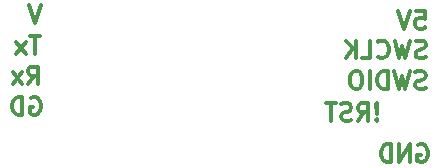
<source format=gbr>
G04 #@! TF.GenerationSoftware,KiCad,Pcbnew,(5.1.9)-1*
G04 #@! TF.CreationDate,2021-06-08T15:39:03+02:00*
G04 #@! TF.ProjectId,TempSpike,54656d70-5370-4696-9b65-2e6b69636164,rev?*
G04 #@! TF.SameCoordinates,Original*
G04 #@! TF.FileFunction,Legend,Bot*
G04 #@! TF.FilePolarity,Positive*
%FSLAX46Y46*%
G04 Gerber Fmt 4.6, Leading zero omitted, Abs format (unit mm)*
G04 Created by KiCad (PCBNEW (5.1.9)-1) date 2021-06-08 15:39:03*
%MOMM*%
%LPD*%
G01*
G04 APERTURE LIST*
%ADD10C,0.300000*%
G04 APERTURE END LIST*
D10*
X173242857Y-53250000D02*
X173385714Y-53178571D01*
X173600000Y-53178571D01*
X173814285Y-53250000D01*
X173957142Y-53392857D01*
X174028571Y-53535714D01*
X174100000Y-53821428D01*
X174100000Y-54035714D01*
X174028571Y-54321428D01*
X173957142Y-54464285D01*
X173814285Y-54607142D01*
X173600000Y-54678571D01*
X173457142Y-54678571D01*
X173242857Y-54607142D01*
X173171428Y-54535714D01*
X173171428Y-54035714D01*
X173457142Y-54035714D01*
X172528571Y-54678571D02*
X172528571Y-53178571D01*
X171671428Y-54678571D01*
X171671428Y-53178571D01*
X170957142Y-54678571D02*
X170957142Y-53178571D01*
X170600000Y-53178571D01*
X170385714Y-53250000D01*
X170242857Y-53392857D01*
X170171428Y-53535714D01*
X170100000Y-53821428D01*
X170100000Y-54035714D01*
X170171428Y-54321428D01*
X170242857Y-54464285D01*
X170385714Y-54607142D01*
X170600000Y-54678571D01*
X170957142Y-54678571D01*
X173878571Y-48407142D02*
X173664285Y-48478571D01*
X173307142Y-48478571D01*
X173164285Y-48407142D01*
X173092857Y-48335714D01*
X173021428Y-48192857D01*
X173021428Y-48050000D01*
X173092857Y-47907142D01*
X173164285Y-47835714D01*
X173307142Y-47764285D01*
X173592857Y-47692857D01*
X173735714Y-47621428D01*
X173807142Y-47550000D01*
X173878571Y-47407142D01*
X173878571Y-47264285D01*
X173807142Y-47121428D01*
X173735714Y-47050000D01*
X173592857Y-46978571D01*
X173235714Y-46978571D01*
X173021428Y-47050000D01*
X172521428Y-46978571D02*
X172164285Y-48478571D01*
X171878571Y-47407142D01*
X171592857Y-48478571D01*
X171235714Y-46978571D01*
X170664285Y-48478571D02*
X170664285Y-46978571D01*
X170307142Y-46978571D01*
X170092857Y-47050000D01*
X169950000Y-47192857D01*
X169878571Y-47335714D01*
X169807142Y-47621428D01*
X169807142Y-47835714D01*
X169878571Y-48121428D01*
X169950000Y-48264285D01*
X170092857Y-48407142D01*
X170307142Y-48478571D01*
X170664285Y-48478571D01*
X169164285Y-48478571D02*
X169164285Y-46978571D01*
X168164285Y-46978571D02*
X167878571Y-46978571D01*
X167735714Y-47050000D01*
X167592857Y-47192857D01*
X167521428Y-47478571D01*
X167521428Y-47978571D01*
X167592857Y-48264285D01*
X167735714Y-48407142D01*
X167878571Y-48478571D01*
X168164285Y-48478571D01*
X168307142Y-48407142D01*
X168450000Y-48264285D01*
X168521428Y-47978571D01*
X168521428Y-47478571D01*
X168450000Y-47192857D01*
X168307142Y-47050000D01*
X168164285Y-46978571D01*
X141235714Y-43978571D02*
X140378571Y-43978571D01*
X140807142Y-45478571D02*
X140807142Y-43978571D01*
X140021428Y-45478571D02*
X139235714Y-44478571D01*
X140021428Y-44478571D02*
X139235714Y-45478571D01*
X140457142Y-49250000D02*
X140600000Y-49178571D01*
X140814285Y-49178571D01*
X141028571Y-49250000D01*
X141171428Y-49392857D01*
X141242857Y-49535714D01*
X141314285Y-49821428D01*
X141314285Y-50035714D01*
X141242857Y-50321428D01*
X141171428Y-50464285D01*
X141028571Y-50607142D01*
X140814285Y-50678571D01*
X140671428Y-50678571D01*
X140457142Y-50607142D01*
X140385714Y-50535714D01*
X140385714Y-50035714D01*
X140671428Y-50035714D01*
X139742857Y-50678571D02*
X139742857Y-49178571D01*
X139385714Y-49178571D01*
X139171428Y-49250000D01*
X139028571Y-49392857D01*
X138957142Y-49535714D01*
X138885714Y-49821428D01*
X138885714Y-50035714D01*
X138957142Y-50321428D01*
X139028571Y-50464285D01*
X139171428Y-50607142D01*
X139385714Y-50678571D01*
X139742857Y-50678571D01*
X169735714Y-51035714D02*
X169664285Y-51107142D01*
X169735714Y-51178571D01*
X169807142Y-51107142D01*
X169735714Y-51035714D01*
X169735714Y-51178571D01*
X169735714Y-50607142D02*
X169807142Y-49750000D01*
X169735714Y-49678571D01*
X169664285Y-49750000D01*
X169735714Y-50607142D01*
X169735714Y-49678571D01*
X168164285Y-51178571D02*
X168664285Y-50464285D01*
X169021428Y-51178571D02*
X169021428Y-49678571D01*
X168450000Y-49678571D01*
X168307142Y-49750000D01*
X168235714Y-49821428D01*
X168164285Y-49964285D01*
X168164285Y-50178571D01*
X168235714Y-50321428D01*
X168307142Y-50392857D01*
X168450000Y-50464285D01*
X169021428Y-50464285D01*
X167592857Y-51107142D02*
X167378571Y-51178571D01*
X167021428Y-51178571D01*
X166878571Y-51107142D01*
X166807142Y-51035714D01*
X166735714Y-50892857D01*
X166735714Y-50750000D01*
X166807142Y-50607142D01*
X166878571Y-50535714D01*
X167021428Y-50464285D01*
X167307142Y-50392857D01*
X167450000Y-50321428D01*
X167521428Y-50250000D01*
X167592857Y-50107142D01*
X167592857Y-49964285D01*
X167521428Y-49821428D01*
X167450000Y-49750000D01*
X167307142Y-49678571D01*
X166950000Y-49678571D01*
X166735714Y-49750000D01*
X166307142Y-49678571D02*
X165450000Y-49678571D01*
X165878571Y-51178571D02*
X165878571Y-49678571D01*
X140242857Y-48078571D02*
X140742857Y-47364285D01*
X141100000Y-48078571D02*
X141100000Y-46578571D01*
X140528571Y-46578571D01*
X140385714Y-46650000D01*
X140314285Y-46721428D01*
X140242857Y-46864285D01*
X140242857Y-47078571D01*
X140314285Y-47221428D01*
X140385714Y-47292857D01*
X140528571Y-47364285D01*
X141100000Y-47364285D01*
X139742857Y-48078571D02*
X138957142Y-47078571D01*
X139742857Y-47078571D02*
X138957142Y-48078571D01*
X173085714Y-41878571D02*
X173800000Y-41878571D01*
X173871428Y-42592857D01*
X173800000Y-42521428D01*
X173657142Y-42450000D01*
X173300000Y-42450000D01*
X173157142Y-42521428D01*
X173085714Y-42592857D01*
X173014285Y-42735714D01*
X173014285Y-43092857D01*
X173085714Y-43235714D01*
X173157142Y-43307142D01*
X173300000Y-43378571D01*
X173657142Y-43378571D01*
X173800000Y-43307142D01*
X173871428Y-43235714D01*
X172585714Y-41878571D02*
X172085714Y-43378571D01*
X171585714Y-41878571D01*
X141300000Y-41378571D02*
X140800000Y-42878571D01*
X140300000Y-41378571D01*
X173892857Y-45807142D02*
X173678571Y-45878571D01*
X173321428Y-45878571D01*
X173178571Y-45807142D01*
X173107142Y-45735714D01*
X173035714Y-45592857D01*
X173035714Y-45450000D01*
X173107142Y-45307142D01*
X173178571Y-45235714D01*
X173321428Y-45164285D01*
X173607142Y-45092857D01*
X173750000Y-45021428D01*
X173821428Y-44950000D01*
X173892857Y-44807142D01*
X173892857Y-44664285D01*
X173821428Y-44521428D01*
X173750000Y-44450000D01*
X173607142Y-44378571D01*
X173250000Y-44378571D01*
X173035714Y-44450000D01*
X172535714Y-44378571D02*
X172178571Y-45878571D01*
X171892857Y-44807142D01*
X171607142Y-45878571D01*
X171250000Y-44378571D01*
X169821428Y-45735714D02*
X169892857Y-45807142D01*
X170107142Y-45878571D01*
X170250000Y-45878571D01*
X170464285Y-45807142D01*
X170607142Y-45664285D01*
X170678571Y-45521428D01*
X170750000Y-45235714D01*
X170750000Y-45021428D01*
X170678571Y-44735714D01*
X170607142Y-44592857D01*
X170464285Y-44450000D01*
X170250000Y-44378571D01*
X170107142Y-44378571D01*
X169892857Y-44450000D01*
X169821428Y-44521428D01*
X168464285Y-45878571D02*
X169178571Y-45878571D01*
X169178571Y-44378571D01*
X167964285Y-45878571D02*
X167964285Y-44378571D01*
X167107142Y-45878571D02*
X167750000Y-45021428D01*
X167107142Y-44378571D02*
X167964285Y-45235714D01*
M02*

</source>
